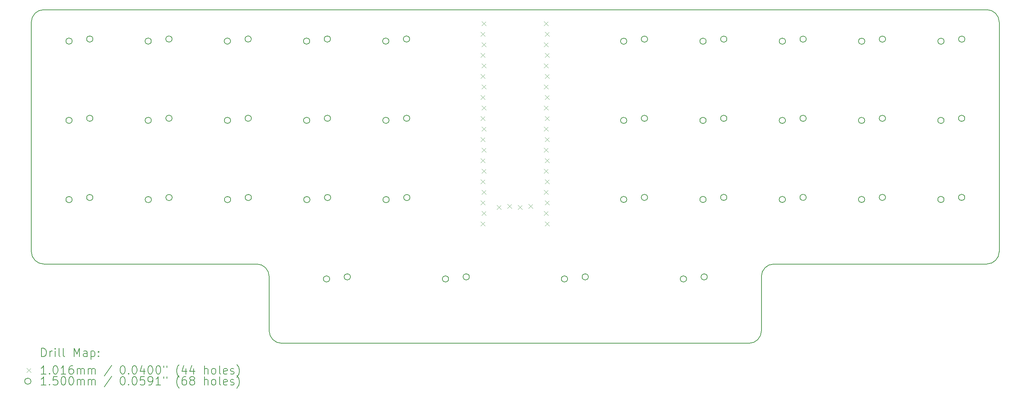
<source format=gbr>
%TF.GenerationSoftware,KiCad,Pcbnew,6.0.7*%
%TF.CreationDate,2022-09-06T10:41:23+02:00*%
%TF.ProjectId,box_o_alps,626f785f-6f5f-4616-9c70-732e6b696361,rev?*%
%TF.SameCoordinates,Original*%
%TF.FileFunction,Drillmap*%
%TF.FilePolarity,Positive*%
%FSLAX45Y45*%
G04 Gerber Fmt 4.5, Leading zero omitted, Abs format (unit mm)*
G04 Created by KiCad (PCBNEW 6.0.7) date 2022-09-06 10:41:23*
%MOMM*%
%LPD*%
G01*
G04 APERTURE LIST*
%ADD10C,0.200000*%
%ADD11C,0.101600*%
%ADD12C,0.150000*%
G04 APERTURE END LIST*
D10*
X25320500Y-2433000D02*
G75*
G03*
X25020500Y-2133000I-300000J0D01*
G01*
X2300500Y-2133000D02*
X25020500Y-2133000D01*
X2300500Y-2133000D02*
G75*
G03*
X2000500Y-2433000I0J-300000D01*
G01*
X2000500Y-7963000D02*
X2000500Y-2433000D01*
X2000500Y-7963000D02*
G75*
G03*
X2300500Y-8263000I300000J0D01*
G01*
X7430500Y-8263000D02*
X2300500Y-8263000D01*
X7730500Y-8563000D02*
G75*
G03*
X7430500Y-8263000I-300000J0D01*
G01*
X7730500Y-9873000D02*
X7730500Y-8563000D01*
X7730500Y-9873000D02*
G75*
G03*
X8030500Y-10173000I300000J0D01*
G01*
X19290500Y-10173000D02*
X8030500Y-10173000D01*
X19290500Y-10173000D02*
G75*
G03*
X19590500Y-9873000I0J300000D01*
G01*
X19590500Y-8563000D02*
X19590500Y-9873000D01*
X19890500Y-8263000D02*
G75*
G03*
X19590500Y-8563000I0J-300000D01*
G01*
X25020500Y-8263000D02*
X19890500Y-8263000D01*
X25020500Y-8263000D02*
G75*
G03*
X25320500Y-7963000I0J300000D01*
G01*
X25320500Y-2433000D02*
X25320500Y-7963000D01*
D11*
X12824500Y-2673200D02*
X12926100Y-2774800D01*
X12926100Y-2673200D02*
X12824500Y-2774800D01*
X12824500Y-3181200D02*
X12926100Y-3282800D01*
X12926100Y-3181200D02*
X12824500Y-3282800D01*
X12824500Y-3689200D02*
X12926100Y-3790800D01*
X12926100Y-3689200D02*
X12824500Y-3790800D01*
X12824500Y-4197200D02*
X12926100Y-4298800D01*
X12926100Y-4197200D02*
X12824500Y-4298800D01*
X12824500Y-4705200D02*
X12926100Y-4806800D01*
X12926100Y-4705200D02*
X12824500Y-4806800D01*
X12824500Y-5213200D02*
X12926100Y-5314800D01*
X12926100Y-5213200D02*
X12824500Y-5314800D01*
X12824500Y-5721200D02*
X12926100Y-5822800D01*
X12926100Y-5721200D02*
X12824500Y-5822800D01*
X12824500Y-6229200D02*
X12926100Y-6330800D01*
X12926100Y-6229200D02*
X12824500Y-6330800D01*
X12824500Y-6737200D02*
X12926100Y-6838800D01*
X12926100Y-6737200D02*
X12824500Y-6838800D01*
X12824500Y-7245200D02*
X12926100Y-7346800D01*
X12926100Y-7245200D02*
X12824500Y-7346800D01*
X12849900Y-2419200D02*
X12951500Y-2520800D01*
X12951500Y-2419200D02*
X12849900Y-2520800D01*
X12849900Y-2927200D02*
X12951500Y-3028800D01*
X12951500Y-2927200D02*
X12849900Y-3028800D01*
X12849900Y-3435200D02*
X12951500Y-3536800D01*
X12951500Y-3435200D02*
X12849900Y-3536800D01*
X12849900Y-3943200D02*
X12951500Y-4044800D01*
X12951500Y-3943200D02*
X12849900Y-4044800D01*
X12849900Y-4451200D02*
X12951500Y-4552800D01*
X12951500Y-4451200D02*
X12849900Y-4552800D01*
X12849900Y-4959200D02*
X12951500Y-5060800D01*
X12951500Y-4959200D02*
X12849900Y-5060800D01*
X12849900Y-5467200D02*
X12951500Y-5568800D01*
X12951500Y-5467200D02*
X12849900Y-5568800D01*
X12849900Y-5975200D02*
X12951500Y-6076800D01*
X12951500Y-5975200D02*
X12849900Y-6076800D01*
X12849900Y-6483200D02*
X12951500Y-6584800D01*
X12951500Y-6483200D02*
X12849900Y-6584800D01*
X12849900Y-6991200D02*
X12951500Y-7092800D01*
X12951500Y-6991200D02*
X12849900Y-7092800D01*
X13218200Y-6846900D02*
X13319800Y-6948500D01*
X13319800Y-6846900D02*
X13218200Y-6948500D01*
X13472200Y-6821500D02*
X13573800Y-6923100D01*
X13573800Y-6821500D02*
X13472200Y-6923100D01*
X13726200Y-6846900D02*
X13827800Y-6948500D01*
X13827800Y-6846900D02*
X13726200Y-6948500D01*
X13980200Y-6821500D02*
X14081800Y-6923100D01*
X14081800Y-6821500D02*
X13980200Y-6923100D01*
X14348500Y-2419200D02*
X14450100Y-2520800D01*
X14450100Y-2419200D02*
X14348500Y-2520800D01*
X14348500Y-2927200D02*
X14450100Y-3028800D01*
X14450100Y-2927200D02*
X14348500Y-3028800D01*
X14348500Y-3435200D02*
X14450100Y-3536800D01*
X14450100Y-3435200D02*
X14348500Y-3536800D01*
X14348500Y-3943200D02*
X14450100Y-4044800D01*
X14450100Y-3943200D02*
X14348500Y-4044800D01*
X14348500Y-4451200D02*
X14450100Y-4552800D01*
X14450100Y-4451200D02*
X14348500Y-4552800D01*
X14348500Y-4959200D02*
X14450100Y-5060800D01*
X14450100Y-4959200D02*
X14348500Y-5060800D01*
X14348500Y-5467200D02*
X14450100Y-5568800D01*
X14450100Y-5467200D02*
X14348500Y-5568800D01*
X14348500Y-5975200D02*
X14450100Y-6076800D01*
X14450100Y-5975200D02*
X14348500Y-6076800D01*
X14348500Y-6483200D02*
X14450100Y-6584800D01*
X14450100Y-6483200D02*
X14348500Y-6584800D01*
X14348500Y-6991200D02*
X14450100Y-7092800D01*
X14450100Y-6991200D02*
X14348500Y-7092800D01*
X14373900Y-2673200D02*
X14475500Y-2774800D01*
X14475500Y-2673200D02*
X14373900Y-2774800D01*
X14373900Y-3181200D02*
X14475500Y-3282800D01*
X14475500Y-3181200D02*
X14373900Y-3282800D01*
X14373900Y-3689200D02*
X14475500Y-3790800D01*
X14475500Y-3689200D02*
X14373900Y-3790800D01*
X14373900Y-4197200D02*
X14475500Y-4298800D01*
X14475500Y-4197200D02*
X14373900Y-4298800D01*
X14373900Y-4705200D02*
X14475500Y-4806800D01*
X14475500Y-4705200D02*
X14373900Y-4806800D01*
X14373900Y-5213200D02*
X14475500Y-5314800D01*
X14475500Y-5213200D02*
X14373900Y-5314800D01*
X14373900Y-5721200D02*
X14475500Y-5822800D01*
X14475500Y-5721200D02*
X14373900Y-5822800D01*
X14373900Y-6229200D02*
X14475500Y-6330800D01*
X14475500Y-6229200D02*
X14373900Y-6330800D01*
X14373900Y-6737200D02*
X14475500Y-6838800D01*
X14475500Y-6737200D02*
X14373900Y-6838800D01*
X14373900Y-7245200D02*
X14475500Y-7346800D01*
X14475500Y-7245200D02*
X14373900Y-7346800D01*
D12*
X2983000Y-2890000D02*
G75*
G03*
X2983000Y-2890000I-75000J0D01*
G01*
X2983000Y-4800125D02*
G75*
G03*
X2983000Y-4800125I-75000J0D01*
G01*
X2983000Y-6710000D02*
G75*
G03*
X2983000Y-6710000I-75000J0D01*
G01*
X3483000Y-2840000D02*
G75*
G03*
X3483000Y-2840000I-75000J0D01*
G01*
X3483000Y-4750125D02*
G75*
G03*
X3483000Y-4750125I-75000J0D01*
G01*
X3483000Y-6660000D02*
G75*
G03*
X3483000Y-6660000I-75000J0D01*
G01*
X4891000Y-2890000D02*
G75*
G03*
X4891000Y-2890000I-75000J0D01*
G01*
X4891750Y-4800125D02*
G75*
G03*
X4891750Y-4800125I-75000J0D01*
G01*
X4893000Y-6710000D02*
G75*
G03*
X4893000Y-6710000I-75000J0D01*
G01*
X5391000Y-2840000D02*
G75*
G03*
X5391000Y-2840000I-75000J0D01*
G01*
X5391750Y-4750125D02*
G75*
G03*
X5391750Y-4750125I-75000J0D01*
G01*
X5393000Y-6660000D02*
G75*
G03*
X5393000Y-6660000I-75000J0D01*
G01*
X6799000Y-2890000D02*
G75*
G03*
X6799000Y-2890000I-75000J0D01*
G01*
X6800500Y-4800125D02*
G75*
G03*
X6800500Y-4800125I-75000J0D01*
G01*
X6803000Y-6710000D02*
G75*
G03*
X6803000Y-6710000I-75000J0D01*
G01*
X7299000Y-2840000D02*
G75*
G03*
X7299000Y-2840000I-75000J0D01*
G01*
X7300500Y-4750125D02*
G75*
G03*
X7300500Y-4750125I-75000J0D01*
G01*
X7303000Y-6660000D02*
G75*
G03*
X7303000Y-6660000I-75000J0D01*
G01*
X8707000Y-2890000D02*
G75*
G03*
X8707000Y-2890000I-75000J0D01*
G01*
X8709250Y-4800125D02*
G75*
G03*
X8709250Y-4800125I-75000J0D01*
G01*
X8713000Y-6710000D02*
G75*
G03*
X8713000Y-6710000I-75000J0D01*
G01*
X9187500Y-8622500D02*
G75*
G03*
X9187500Y-8622500I-75000J0D01*
G01*
X9207000Y-2840000D02*
G75*
G03*
X9207000Y-2840000I-75000J0D01*
G01*
X9209250Y-4750125D02*
G75*
G03*
X9209250Y-4750125I-75000J0D01*
G01*
X9213000Y-6660000D02*
G75*
G03*
X9213000Y-6660000I-75000J0D01*
G01*
X9687500Y-8572500D02*
G75*
G03*
X9687500Y-8572500I-75000J0D01*
G01*
X10615000Y-2890000D02*
G75*
G03*
X10615000Y-2890000I-75000J0D01*
G01*
X10618000Y-4800125D02*
G75*
G03*
X10618000Y-4800125I-75000J0D01*
G01*
X10623000Y-6710500D02*
G75*
G03*
X10623000Y-6710500I-75000J0D01*
G01*
X11115000Y-2840000D02*
G75*
G03*
X11115000Y-2840000I-75000J0D01*
G01*
X11118000Y-4750125D02*
G75*
G03*
X11118000Y-4750125I-75000J0D01*
G01*
X11123000Y-6660500D02*
G75*
G03*
X11123000Y-6660500I-75000J0D01*
G01*
X12053833Y-8622500D02*
G75*
G03*
X12053833Y-8622500I-75000J0D01*
G01*
X12553833Y-8572500D02*
G75*
G03*
X12553833Y-8572500I-75000J0D01*
G01*
X14920167Y-8622500D02*
G75*
G03*
X14920167Y-8622500I-75000J0D01*
G01*
X15420167Y-8572500D02*
G75*
G03*
X15420167Y-8572500I-75000J0D01*
G01*
X16347500Y-2892500D02*
G75*
G03*
X16347500Y-2892500I-75000J0D01*
G01*
X16347500Y-4801500D02*
G75*
G03*
X16347500Y-4801500I-75000J0D01*
G01*
X16347500Y-6707000D02*
G75*
G03*
X16347500Y-6707000I-75000J0D01*
G01*
X16847500Y-2842500D02*
G75*
G03*
X16847500Y-2842500I-75000J0D01*
G01*
X16847500Y-4751500D02*
G75*
G03*
X16847500Y-4751500I-75000J0D01*
G01*
X16847500Y-6657000D02*
G75*
G03*
X16847500Y-6657000I-75000J0D01*
G01*
X17786500Y-8622500D02*
G75*
G03*
X17786500Y-8622500I-75000J0D01*
G01*
X18258250Y-4801500D02*
G75*
G03*
X18258250Y-4801500I-75000J0D01*
G01*
X18258250Y-6707000D02*
G75*
G03*
X18258250Y-6707000I-75000J0D01*
G01*
X18258750Y-2892500D02*
G75*
G03*
X18258750Y-2892500I-75000J0D01*
G01*
X18286500Y-8572500D02*
G75*
G03*
X18286500Y-8572500I-75000J0D01*
G01*
X18758250Y-4751500D02*
G75*
G03*
X18758250Y-4751500I-75000J0D01*
G01*
X18758250Y-6657000D02*
G75*
G03*
X18758250Y-6657000I-75000J0D01*
G01*
X18758750Y-2842500D02*
G75*
G03*
X18758750Y-2842500I-75000J0D01*
G01*
X20169000Y-4801500D02*
G75*
G03*
X20169000Y-4801500I-75000J0D01*
G01*
X20169000Y-6707000D02*
G75*
G03*
X20169000Y-6707000I-75000J0D01*
G01*
X20170000Y-2892500D02*
G75*
G03*
X20170000Y-2892500I-75000J0D01*
G01*
X20669000Y-4751500D02*
G75*
G03*
X20669000Y-4751500I-75000J0D01*
G01*
X20669000Y-6657000D02*
G75*
G03*
X20669000Y-6657000I-75000J0D01*
G01*
X20670000Y-2842500D02*
G75*
G03*
X20670000Y-2842500I-75000J0D01*
G01*
X22079750Y-4801500D02*
G75*
G03*
X22079750Y-4801500I-75000J0D01*
G01*
X22079750Y-6707000D02*
G75*
G03*
X22079750Y-6707000I-75000J0D01*
G01*
X22081250Y-2892500D02*
G75*
G03*
X22081250Y-2892500I-75000J0D01*
G01*
X22579750Y-4751500D02*
G75*
G03*
X22579750Y-4751500I-75000J0D01*
G01*
X22579750Y-6657000D02*
G75*
G03*
X22579750Y-6657000I-75000J0D01*
G01*
X22581250Y-2842500D02*
G75*
G03*
X22581250Y-2842500I-75000J0D01*
G01*
X23990500Y-4801500D02*
G75*
G03*
X23990500Y-4801500I-75000J0D01*
G01*
X23990500Y-6707000D02*
G75*
G03*
X23990500Y-6707000I-75000J0D01*
G01*
X23992500Y-2892500D02*
G75*
G03*
X23992500Y-2892500I-75000J0D01*
G01*
X24490500Y-4751500D02*
G75*
G03*
X24490500Y-4751500I-75000J0D01*
G01*
X24490500Y-6657000D02*
G75*
G03*
X24490500Y-6657000I-75000J0D01*
G01*
X24492500Y-2842500D02*
G75*
G03*
X24492500Y-2842500I-75000J0D01*
G01*
D10*
X2248119Y-10493476D02*
X2248119Y-10293476D01*
X2295738Y-10293476D01*
X2324310Y-10303000D01*
X2343357Y-10322048D01*
X2352881Y-10341095D01*
X2362405Y-10379190D01*
X2362405Y-10407762D01*
X2352881Y-10445857D01*
X2343357Y-10464905D01*
X2324310Y-10483952D01*
X2295738Y-10493476D01*
X2248119Y-10493476D01*
X2448119Y-10493476D02*
X2448119Y-10360143D01*
X2448119Y-10398238D02*
X2457643Y-10379190D01*
X2467167Y-10369667D01*
X2486214Y-10360143D01*
X2505262Y-10360143D01*
X2571929Y-10493476D02*
X2571929Y-10360143D01*
X2571929Y-10293476D02*
X2562405Y-10303000D01*
X2571929Y-10312524D01*
X2581452Y-10303000D01*
X2571929Y-10293476D01*
X2571929Y-10312524D01*
X2695738Y-10493476D02*
X2676690Y-10483952D01*
X2667167Y-10464905D01*
X2667167Y-10293476D01*
X2800500Y-10493476D02*
X2781452Y-10483952D01*
X2771929Y-10464905D01*
X2771929Y-10293476D01*
X3029071Y-10493476D02*
X3029071Y-10293476D01*
X3095738Y-10436333D01*
X3162405Y-10293476D01*
X3162405Y-10493476D01*
X3343357Y-10493476D02*
X3343357Y-10388714D01*
X3333833Y-10369667D01*
X3314786Y-10360143D01*
X3276690Y-10360143D01*
X3257643Y-10369667D01*
X3343357Y-10483952D02*
X3324309Y-10493476D01*
X3276690Y-10493476D01*
X3257643Y-10483952D01*
X3248119Y-10464905D01*
X3248119Y-10445857D01*
X3257643Y-10426810D01*
X3276690Y-10417286D01*
X3324309Y-10417286D01*
X3343357Y-10407762D01*
X3438595Y-10360143D02*
X3438595Y-10560143D01*
X3438595Y-10369667D02*
X3457643Y-10360143D01*
X3495738Y-10360143D01*
X3514786Y-10369667D01*
X3524309Y-10379190D01*
X3533833Y-10398238D01*
X3533833Y-10455381D01*
X3524309Y-10474429D01*
X3514786Y-10483952D01*
X3495738Y-10493476D01*
X3457643Y-10493476D01*
X3438595Y-10483952D01*
X3619548Y-10474429D02*
X3629071Y-10483952D01*
X3619548Y-10493476D01*
X3610024Y-10483952D01*
X3619548Y-10474429D01*
X3619548Y-10493476D01*
X3619548Y-10369667D02*
X3629071Y-10379190D01*
X3619548Y-10388714D01*
X3610024Y-10379190D01*
X3619548Y-10369667D01*
X3619548Y-10388714D01*
D11*
X1888900Y-10772200D02*
X1990500Y-10873800D01*
X1990500Y-10772200D02*
X1888900Y-10873800D01*
D10*
X2352881Y-10913476D02*
X2238595Y-10913476D01*
X2295738Y-10913476D02*
X2295738Y-10713476D01*
X2276690Y-10742048D01*
X2257643Y-10761095D01*
X2238595Y-10770619D01*
X2438595Y-10894429D02*
X2448119Y-10903952D01*
X2438595Y-10913476D01*
X2429071Y-10903952D01*
X2438595Y-10894429D01*
X2438595Y-10913476D01*
X2571929Y-10713476D02*
X2590976Y-10713476D01*
X2610024Y-10723000D01*
X2619548Y-10732524D01*
X2629071Y-10751571D01*
X2638595Y-10789667D01*
X2638595Y-10837286D01*
X2629071Y-10875381D01*
X2619548Y-10894429D01*
X2610024Y-10903952D01*
X2590976Y-10913476D01*
X2571929Y-10913476D01*
X2552881Y-10903952D01*
X2543357Y-10894429D01*
X2533833Y-10875381D01*
X2524310Y-10837286D01*
X2524310Y-10789667D01*
X2533833Y-10751571D01*
X2543357Y-10732524D01*
X2552881Y-10723000D01*
X2571929Y-10713476D01*
X2829071Y-10913476D02*
X2714786Y-10913476D01*
X2771929Y-10913476D02*
X2771929Y-10713476D01*
X2752881Y-10742048D01*
X2733833Y-10761095D01*
X2714786Y-10770619D01*
X3000500Y-10713476D02*
X2962405Y-10713476D01*
X2943357Y-10723000D01*
X2933833Y-10732524D01*
X2914786Y-10761095D01*
X2905262Y-10799190D01*
X2905262Y-10875381D01*
X2914786Y-10894429D01*
X2924309Y-10903952D01*
X2943357Y-10913476D01*
X2981452Y-10913476D01*
X3000500Y-10903952D01*
X3010024Y-10894429D01*
X3019548Y-10875381D01*
X3019548Y-10827762D01*
X3010024Y-10808714D01*
X3000500Y-10799190D01*
X2981452Y-10789667D01*
X2943357Y-10789667D01*
X2924309Y-10799190D01*
X2914786Y-10808714D01*
X2905262Y-10827762D01*
X3105262Y-10913476D02*
X3105262Y-10780143D01*
X3105262Y-10799190D02*
X3114786Y-10789667D01*
X3133833Y-10780143D01*
X3162405Y-10780143D01*
X3181452Y-10789667D01*
X3190976Y-10808714D01*
X3190976Y-10913476D01*
X3190976Y-10808714D02*
X3200500Y-10789667D01*
X3219548Y-10780143D01*
X3248119Y-10780143D01*
X3267167Y-10789667D01*
X3276690Y-10808714D01*
X3276690Y-10913476D01*
X3371928Y-10913476D02*
X3371928Y-10780143D01*
X3371928Y-10799190D02*
X3381452Y-10789667D01*
X3400500Y-10780143D01*
X3429071Y-10780143D01*
X3448119Y-10789667D01*
X3457643Y-10808714D01*
X3457643Y-10913476D01*
X3457643Y-10808714D02*
X3467167Y-10789667D01*
X3486214Y-10780143D01*
X3514786Y-10780143D01*
X3533833Y-10789667D01*
X3543357Y-10808714D01*
X3543357Y-10913476D01*
X3933833Y-10703952D02*
X3762405Y-10961095D01*
X4190976Y-10713476D02*
X4210024Y-10713476D01*
X4229071Y-10723000D01*
X4238595Y-10732524D01*
X4248119Y-10751571D01*
X4257643Y-10789667D01*
X4257643Y-10837286D01*
X4248119Y-10875381D01*
X4238595Y-10894429D01*
X4229071Y-10903952D01*
X4210024Y-10913476D01*
X4190976Y-10913476D01*
X4171928Y-10903952D01*
X4162405Y-10894429D01*
X4152881Y-10875381D01*
X4143357Y-10837286D01*
X4143357Y-10789667D01*
X4152881Y-10751571D01*
X4162405Y-10732524D01*
X4171928Y-10723000D01*
X4190976Y-10713476D01*
X4343357Y-10894429D02*
X4352881Y-10903952D01*
X4343357Y-10913476D01*
X4333833Y-10903952D01*
X4343357Y-10894429D01*
X4343357Y-10913476D01*
X4476690Y-10713476D02*
X4495738Y-10713476D01*
X4514786Y-10723000D01*
X4524310Y-10732524D01*
X4533833Y-10751571D01*
X4543357Y-10789667D01*
X4543357Y-10837286D01*
X4533833Y-10875381D01*
X4524310Y-10894429D01*
X4514786Y-10903952D01*
X4495738Y-10913476D01*
X4476690Y-10913476D01*
X4457643Y-10903952D01*
X4448119Y-10894429D01*
X4438595Y-10875381D01*
X4429071Y-10837286D01*
X4429071Y-10789667D01*
X4438595Y-10751571D01*
X4448119Y-10732524D01*
X4457643Y-10723000D01*
X4476690Y-10713476D01*
X4714786Y-10780143D02*
X4714786Y-10913476D01*
X4667167Y-10703952D02*
X4619548Y-10846810D01*
X4743357Y-10846810D01*
X4857643Y-10713476D02*
X4876690Y-10713476D01*
X4895738Y-10723000D01*
X4905262Y-10732524D01*
X4914786Y-10751571D01*
X4924310Y-10789667D01*
X4924310Y-10837286D01*
X4914786Y-10875381D01*
X4905262Y-10894429D01*
X4895738Y-10903952D01*
X4876690Y-10913476D01*
X4857643Y-10913476D01*
X4838595Y-10903952D01*
X4829071Y-10894429D01*
X4819548Y-10875381D01*
X4810024Y-10837286D01*
X4810024Y-10789667D01*
X4819548Y-10751571D01*
X4829071Y-10732524D01*
X4838595Y-10723000D01*
X4857643Y-10713476D01*
X5048119Y-10713476D02*
X5067167Y-10713476D01*
X5086214Y-10723000D01*
X5095738Y-10732524D01*
X5105262Y-10751571D01*
X5114786Y-10789667D01*
X5114786Y-10837286D01*
X5105262Y-10875381D01*
X5095738Y-10894429D01*
X5086214Y-10903952D01*
X5067167Y-10913476D01*
X5048119Y-10913476D01*
X5029071Y-10903952D01*
X5019548Y-10894429D01*
X5010024Y-10875381D01*
X5000500Y-10837286D01*
X5000500Y-10789667D01*
X5010024Y-10751571D01*
X5019548Y-10732524D01*
X5029071Y-10723000D01*
X5048119Y-10713476D01*
X5190976Y-10713476D02*
X5190976Y-10751571D01*
X5267167Y-10713476D02*
X5267167Y-10751571D01*
X5562405Y-10989667D02*
X5552881Y-10980143D01*
X5533833Y-10951571D01*
X5524310Y-10932524D01*
X5514786Y-10903952D01*
X5505262Y-10856333D01*
X5505262Y-10818238D01*
X5514786Y-10770619D01*
X5524310Y-10742048D01*
X5533833Y-10723000D01*
X5552881Y-10694429D01*
X5562405Y-10684905D01*
X5724309Y-10780143D02*
X5724309Y-10913476D01*
X5676690Y-10703952D02*
X5629071Y-10846810D01*
X5752881Y-10846810D01*
X5914786Y-10780143D02*
X5914786Y-10913476D01*
X5867167Y-10703952D02*
X5819548Y-10846810D01*
X5943357Y-10846810D01*
X6171928Y-10913476D02*
X6171928Y-10713476D01*
X6257643Y-10913476D02*
X6257643Y-10808714D01*
X6248119Y-10789667D01*
X6229071Y-10780143D01*
X6200500Y-10780143D01*
X6181452Y-10789667D01*
X6171928Y-10799190D01*
X6381452Y-10913476D02*
X6362405Y-10903952D01*
X6352881Y-10894429D01*
X6343357Y-10875381D01*
X6343357Y-10818238D01*
X6352881Y-10799190D01*
X6362405Y-10789667D01*
X6381452Y-10780143D01*
X6410024Y-10780143D01*
X6429071Y-10789667D01*
X6438595Y-10799190D01*
X6448119Y-10818238D01*
X6448119Y-10875381D01*
X6438595Y-10894429D01*
X6429071Y-10903952D01*
X6410024Y-10913476D01*
X6381452Y-10913476D01*
X6562405Y-10913476D02*
X6543357Y-10903952D01*
X6533833Y-10884905D01*
X6533833Y-10713476D01*
X6714786Y-10903952D02*
X6695738Y-10913476D01*
X6657643Y-10913476D01*
X6638595Y-10903952D01*
X6629071Y-10884905D01*
X6629071Y-10808714D01*
X6638595Y-10789667D01*
X6657643Y-10780143D01*
X6695738Y-10780143D01*
X6714786Y-10789667D01*
X6724309Y-10808714D01*
X6724309Y-10827762D01*
X6629071Y-10846810D01*
X6800500Y-10903952D02*
X6819548Y-10913476D01*
X6857643Y-10913476D01*
X6876690Y-10903952D01*
X6886214Y-10884905D01*
X6886214Y-10875381D01*
X6876690Y-10856333D01*
X6857643Y-10846810D01*
X6829071Y-10846810D01*
X6810024Y-10837286D01*
X6800500Y-10818238D01*
X6800500Y-10808714D01*
X6810024Y-10789667D01*
X6829071Y-10780143D01*
X6857643Y-10780143D01*
X6876690Y-10789667D01*
X6952881Y-10989667D02*
X6962405Y-10980143D01*
X6981452Y-10951571D01*
X6990976Y-10932524D01*
X7000500Y-10903952D01*
X7010024Y-10856333D01*
X7010024Y-10818238D01*
X7000500Y-10770619D01*
X6990976Y-10742048D01*
X6981452Y-10723000D01*
X6962405Y-10694429D01*
X6952881Y-10684905D01*
D12*
X1990500Y-11087000D02*
G75*
G03*
X1990500Y-11087000I-75000J0D01*
G01*
D10*
X2352881Y-11177476D02*
X2238595Y-11177476D01*
X2295738Y-11177476D02*
X2295738Y-10977476D01*
X2276690Y-11006048D01*
X2257643Y-11025095D01*
X2238595Y-11034619D01*
X2438595Y-11158429D02*
X2448119Y-11167952D01*
X2438595Y-11177476D01*
X2429071Y-11167952D01*
X2438595Y-11158429D01*
X2438595Y-11177476D01*
X2629071Y-10977476D02*
X2533833Y-10977476D01*
X2524310Y-11072714D01*
X2533833Y-11063190D01*
X2552881Y-11053667D01*
X2600500Y-11053667D01*
X2619548Y-11063190D01*
X2629071Y-11072714D01*
X2638595Y-11091762D01*
X2638595Y-11139381D01*
X2629071Y-11158429D01*
X2619548Y-11167952D01*
X2600500Y-11177476D01*
X2552881Y-11177476D01*
X2533833Y-11167952D01*
X2524310Y-11158429D01*
X2762405Y-10977476D02*
X2781452Y-10977476D01*
X2800500Y-10987000D01*
X2810024Y-10996524D01*
X2819548Y-11015571D01*
X2829071Y-11053667D01*
X2829071Y-11101286D01*
X2819548Y-11139381D01*
X2810024Y-11158429D01*
X2800500Y-11167952D01*
X2781452Y-11177476D01*
X2762405Y-11177476D01*
X2743357Y-11167952D01*
X2733833Y-11158429D01*
X2724310Y-11139381D01*
X2714786Y-11101286D01*
X2714786Y-11053667D01*
X2724310Y-11015571D01*
X2733833Y-10996524D01*
X2743357Y-10987000D01*
X2762405Y-10977476D01*
X2952881Y-10977476D02*
X2971928Y-10977476D01*
X2990976Y-10987000D01*
X3000500Y-10996524D01*
X3010024Y-11015571D01*
X3019548Y-11053667D01*
X3019548Y-11101286D01*
X3010024Y-11139381D01*
X3000500Y-11158429D01*
X2990976Y-11167952D01*
X2971928Y-11177476D01*
X2952881Y-11177476D01*
X2933833Y-11167952D01*
X2924309Y-11158429D01*
X2914786Y-11139381D01*
X2905262Y-11101286D01*
X2905262Y-11053667D01*
X2914786Y-11015571D01*
X2924309Y-10996524D01*
X2933833Y-10987000D01*
X2952881Y-10977476D01*
X3105262Y-11177476D02*
X3105262Y-11044143D01*
X3105262Y-11063190D02*
X3114786Y-11053667D01*
X3133833Y-11044143D01*
X3162405Y-11044143D01*
X3181452Y-11053667D01*
X3190976Y-11072714D01*
X3190976Y-11177476D01*
X3190976Y-11072714D02*
X3200500Y-11053667D01*
X3219548Y-11044143D01*
X3248119Y-11044143D01*
X3267167Y-11053667D01*
X3276690Y-11072714D01*
X3276690Y-11177476D01*
X3371928Y-11177476D02*
X3371928Y-11044143D01*
X3371928Y-11063190D02*
X3381452Y-11053667D01*
X3400500Y-11044143D01*
X3429071Y-11044143D01*
X3448119Y-11053667D01*
X3457643Y-11072714D01*
X3457643Y-11177476D01*
X3457643Y-11072714D02*
X3467167Y-11053667D01*
X3486214Y-11044143D01*
X3514786Y-11044143D01*
X3533833Y-11053667D01*
X3543357Y-11072714D01*
X3543357Y-11177476D01*
X3933833Y-10967952D02*
X3762405Y-11225095D01*
X4190976Y-10977476D02*
X4210024Y-10977476D01*
X4229071Y-10987000D01*
X4238595Y-10996524D01*
X4248119Y-11015571D01*
X4257643Y-11053667D01*
X4257643Y-11101286D01*
X4248119Y-11139381D01*
X4238595Y-11158429D01*
X4229071Y-11167952D01*
X4210024Y-11177476D01*
X4190976Y-11177476D01*
X4171928Y-11167952D01*
X4162405Y-11158429D01*
X4152881Y-11139381D01*
X4143357Y-11101286D01*
X4143357Y-11053667D01*
X4152881Y-11015571D01*
X4162405Y-10996524D01*
X4171928Y-10987000D01*
X4190976Y-10977476D01*
X4343357Y-11158429D02*
X4352881Y-11167952D01*
X4343357Y-11177476D01*
X4333833Y-11167952D01*
X4343357Y-11158429D01*
X4343357Y-11177476D01*
X4476690Y-10977476D02*
X4495738Y-10977476D01*
X4514786Y-10987000D01*
X4524310Y-10996524D01*
X4533833Y-11015571D01*
X4543357Y-11053667D01*
X4543357Y-11101286D01*
X4533833Y-11139381D01*
X4524310Y-11158429D01*
X4514786Y-11167952D01*
X4495738Y-11177476D01*
X4476690Y-11177476D01*
X4457643Y-11167952D01*
X4448119Y-11158429D01*
X4438595Y-11139381D01*
X4429071Y-11101286D01*
X4429071Y-11053667D01*
X4438595Y-11015571D01*
X4448119Y-10996524D01*
X4457643Y-10987000D01*
X4476690Y-10977476D01*
X4724310Y-10977476D02*
X4629071Y-10977476D01*
X4619548Y-11072714D01*
X4629071Y-11063190D01*
X4648119Y-11053667D01*
X4695738Y-11053667D01*
X4714786Y-11063190D01*
X4724310Y-11072714D01*
X4733833Y-11091762D01*
X4733833Y-11139381D01*
X4724310Y-11158429D01*
X4714786Y-11167952D01*
X4695738Y-11177476D01*
X4648119Y-11177476D01*
X4629071Y-11167952D01*
X4619548Y-11158429D01*
X4829071Y-11177476D02*
X4867167Y-11177476D01*
X4886214Y-11167952D01*
X4895738Y-11158429D01*
X4914786Y-11129857D01*
X4924310Y-11091762D01*
X4924310Y-11015571D01*
X4914786Y-10996524D01*
X4905262Y-10987000D01*
X4886214Y-10977476D01*
X4848119Y-10977476D01*
X4829071Y-10987000D01*
X4819548Y-10996524D01*
X4810024Y-11015571D01*
X4810024Y-11063190D01*
X4819548Y-11082238D01*
X4829071Y-11091762D01*
X4848119Y-11101286D01*
X4886214Y-11101286D01*
X4905262Y-11091762D01*
X4914786Y-11082238D01*
X4924310Y-11063190D01*
X5114786Y-11177476D02*
X5000500Y-11177476D01*
X5057643Y-11177476D02*
X5057643Y-10977476D01*
X5038595Y-11006048D01*
X5019548Y-11025095D01*
X5000500Y-11034619D01*
X5190976Y-10977476D02*
X5190976Y-11015571D01*
X5267167Y-10977476D02*
X5267167Y-11015571D01*
X5562405Y-11253667D02*
X5552881Y-11244143D01*
X5533833Y-11215571D01*
X5524310Y-11196524D01*
X5514786Y-11167952D01*
X5505262Y-11120333D01*
X5505262Y-11082238D01*
X5514786Y-11034619D01*
X5524310Y-11006048D01*
X5533833Y-10987000D01*
X5552881Y-10958429D01*
X5562405Y-10948905D01*
X5724309Y-10977476D02*
X5686214Y-10977476D01*
X5667167Y-10987000D01*
X5657643Y-10996524D01*
X5638595Y-11025095D01*
X5629071Y-11063190D01*
X5629071Y-11139381D01*
X5638595Y-11158429D01*
X5648119Y-11167952D01*
X5667167Y-11177476D01*
X5705262Y-11177476D01*
X5724309Y-11167952D01*
X5733833Y-11158429D01*
X5743357Y-11139381D01*
X5743357Y-11091762D01*
X5733833Y-11072714D01*
X5724309Y-11063190D01*
X5705262Y-11053667D01*
X5667167Y-11053667D01*
X5648119Y-11063190D01*
X5638595Y-11072714D01*
X5629071Y-11091762D01*
X5857643Y-11063190D02*
X5838595Y-11053667D01*
X5829071Y-11044143D01*
X5819548Y-11025095D01*
X5819548Y-11015571D01*
X5829071Y-10996524D01*
X5838595Y-10987000D01*
X5857643Y-10977476D01*
X5895738Y-10977476D01*
X5914786Y-10987000D01*
X5924309Y-10996524D01*
X5933833Y-11015571D01*
X5933833Y-11025095D01*
X5924309Y-11044143D01*
X5914786Y-11053667D01*
X5895738Y-11063190D01*
X5857643Y-11063190D01*
X5838595Y-11072714D01*
X5829071Y-11082238D01*
X5819548Y-11101286D01*
X5819548Y-11139381D01*
X5829071Y-11158429D01*
X5838595Y-11167952D01*
X5857643Y-11177476D01*
X5895738Y-11177476D01*
X5914786Y-11167952D01*
X5924309Y-11158429D01*
X5933833Y-11139381D01*
X5933833Y-11101286D01*
X5924309Y-11082238D01*
X5914786Y-11072714D01*
X5895738Y-11063190D01*
X6171928Y-11177476D02*
X6171928Y-10977476D01*
X6257643Y-11177476D02*
X6257643Y-11072714D01*
X6248119Y-11053667D01*
X6229071Y-11044143D01*
X6200500Y-11044143D01*
X6181452Y-11053667D01*
X6171928Y-11063190D01*
X6381452Y-11177476D02*
X6362405Y-11167952D01*
X6352881Y-11158429D01*
X6343357Y-11139381D01*
X6343357Y-11082238D01*
X6352881Y-11063190D01*
X6362405Y-11053667D01*
X6381452Y-11044143D01*
X6410024Y-11044143D01*
X6429071Y-11053667D01*
X6438595Y-11063190D01*
X6448119Y-11082238D01*
X6448119Y-11139381D01*
X6438595Y-11158429D01*
X6429071Y-11167952D01*
X6410024Y-11177476D01*
X6381452Y-11177476D01*
X6562405Y-11177476D02*
X6543357Y-11167952D01*
X6533833Y-11148905D01*
X6533833Y-10977476D01*
X6714786Y-11167952D02*
X6695738Y-11177476D01*
X6657643Y-11177476D01*
X6638595Y-11167952D01*
X6629071Y-11148905D01*
X6629071Y-11072714D01*
X6638595Y-11053667D01*
X6657643Y-11044143D01*
X6695738Y-11044143D01*
X6714786Y-11053667D01*
X6724309Y-11072714D01*
X6724309Y-11091762D01*
X6629071Y-11110810D01*
X6800500Y-11167952D02*
X6819548Y-11177476D01*
X6857643Y-11177476D01*
X6876690Y-11167952D01*
X6886214Y-11148905D01*
X6886214Y-11139381D01*
X6876690Y-11120333D01*
X6857643Y-11110810D01*
X6829071Y-11110810D01*
X6810024Y-11101286D01*
X6800500Y-11082238D01*
X6800500Y-11072714D01*
X6810024Y-11053667D01*
X6829071Y-11044143D01*
X6857643Y-11044143D01*
X6876690Y-11053667D01*
X6952881Y-11253667D02*
X6962405Y-11244143D01*
X6981452Y-11215571D01*
X6990976Y-11196524D01*
X7000500Y-11167952D01*
X7010024Y-11120333D01*
X7010024Y-11082238D01*
X7000500Y-11034619D01*
X6990976Y-11006048D01*
X6981452Y-10987000D01*
X6962405Y-10958429D01*
X6952881Y-10948905D01*
M02*

</source>
